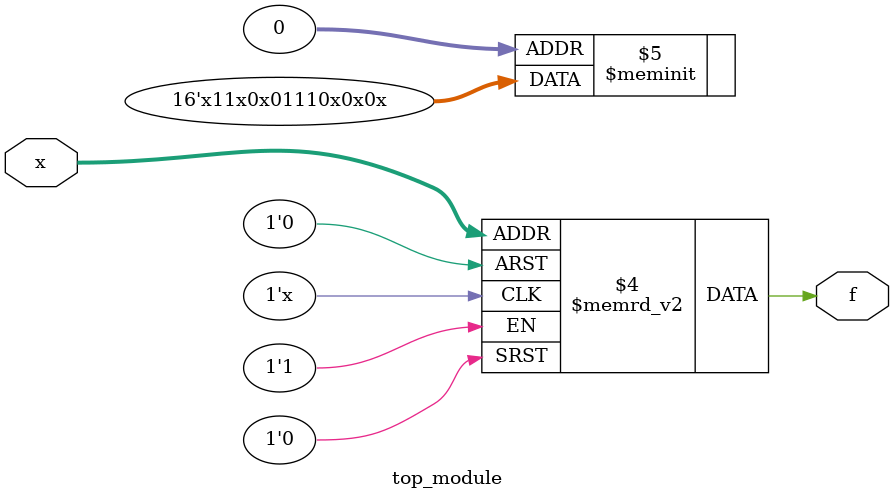
<source format=sv>
module top_module (
    input [4:1] x,
    output logic f
);

always_comb begin
    case ({x[4], x[3], x[2], x[1]})
        4'b0000: f = 1'bx; // don't care
        4'b0001: f = 1'b0;
        4'b0010: f = 1'bx; // don't care
        4'b0011: f = 1'b0;
        4'b0100: f = 1'bx; // don't care
        4'b0101: f = 1'b0;
        4'b0110: f = 1'b1;
        4'b0111: f = 1'b1;
        4'b1000: f = 1'b1;
        4'b1001: f = 1'b0;
        4'b1010: f = 1'bx; // don't care
        4'b1011: f = 1'b0;
        4'b1100: f = 1'bx; // don't care
        4'b1101: f = 1'b1;
        4'b1110: f = 1'b1;
        4'b1111: f = 1'bx; // don't care
    endcase
end

endmodule

</source>
